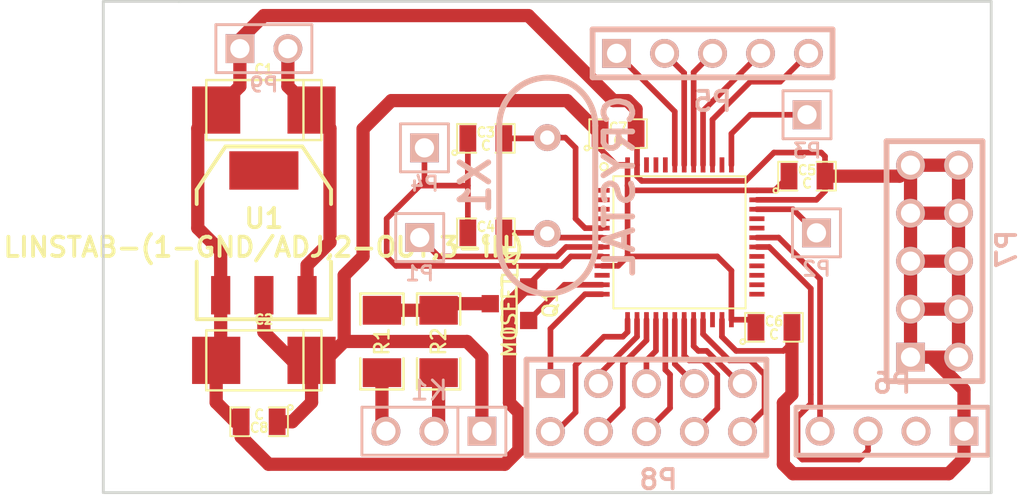
<source format=kicad_pcb>
(kicad_pcb (version 3) (host pcbnew "(2013-may-18)-stable")

  (general
    (links 67)
    (no_connects 0)
    (area 40.775067 38.6604 98.1096 65.3596)
    (thickness 1.6)
    (drawings 5)
    (tracks 220)
    (zones 0)
    (modules 24)
    (nets 30)
  )

  (page A3)
  (layers
    (15 F.Cu signal)
    (0 B.Cu signal)
    (16 B.Adhes user)
    (17 F.Adhes user)
    (18 B.Paste user)
    (19 F.Paste user)
    (20 B.SilkS user)
    (21 F.SilkS user)
    (22 B.Mask user)
    (23 F.Mask user)
    (24 Dwgs.User user)
    (25 Cmts.User user)
    (26 Eco1.User user)
    (27 Eco2.User user)
    (28 Edge.Cuts user)
  )

  (setup
    (last_trace_width 0.7)
    (trace_clearance 0.19)
    (zone_clearance 0.508)
    (zone_45_only no)
    (trace_min 0.254)
    (segment_width 0.2)
    (edge_width 0.15)
    (via_size 0.889)
    (via_drill 0.635)
    (via_min_size 0.889)
    (via_min_drill 0.508)
    (uvia_size 0.508)
    (uvia_drill 0.127)
    (uvias_allowed no)
    (uvia_min_size 0.508)
    (uvia_min_drill 0.127)
    (pcb_text_width 0.3)
    (pcb_text_size 1 1)
    (mod_edge_width 0.15)
    (mod_text_size 1 1)
    (mod_text_width 0.15)
    (pad_size 2.4 2.8)
    (pad_drill 1)
    (pad_to_mask_clearance 0)
    (aux_axis_origin 0 0)
    (visible_elements FFFFFFBF)
    (pcbplotparams
      (layerselection 3178497)
      (usegerberextensions true)
      (excludeedgelayer true)
      (linewidth 0.150000)
      (plotframeref false)
      (viasonmask false)
      (mode 1)
      (useauxorigin false)
      (hpglpennumber 1)
      (hpglpenspeed 20)
      (hpglpendiameter 15)
      (hpglpenoverlay 2)
      (psnegative false)
      (psa4output false)
      (plotreference true)
      (plotvalue true)
      (plotothertext true)
      (plotinvisibletext false)
      (padsonsilk false)
      (subtractmaskfromsilk false)
      (outputformat 1)
      (mirror false)
      (drillshape 1)
      (scaleselection 1)
      (outputdirectory ""))
  )

  (net 0 "")
  (net 1 +3.3V)
  (net 2 +BATT)
  (net 3 GND)
  (net 4 N-000001)
  (net 5 N-0000011)
  (net 6 N-0000012)
  (net 7 N-0000014)
  (net 8 N-0000015)
  (net 9 N-0000016)
  (net 10 N-0000017)
  (net 11 N-0000018)
  (net 12 N-0000019)
  (net 13 N-000002)
  (net 14 N-0000020)
  (net 15 N-0000021)
  (net 16 N-0000022)
  (net 17 N-0000023)
  (net 18 N-0000024)
  (net 19 N-0000025)
  (net 20 N-0000026)
  (net 21 N-0000027)
  (net 22 N-000003)
  (net 23 N-0000036)
  (net 24 N-0000037)
  (net 25 N-000004)
  (net 26 N-000005)
  (net 27 N-000006)
  (net 28 N-000008)
  (net 29 N-000009)

  (net_class Default "This is the default net class."
    (clearance 0.19)
    (trace_width 0.7)
    (via_dia 0.889)
    (via_drill 0.635)
    (uvia_dia 0.508)
    (uvia_drill 0.127)
    (add_net "")
    (add_net +3.3V)
    (add_net +BATT)
    (add_net GND)
    (add_net N-000001)
    (add_net N-0000011)
    (add_net N-0000012)
    (add_net N-0000014)
    (add_net N-0000015)
    (add_net N-0000016)
    (add_net N-0000017)
    (add_net N-0000018)
    (add_net N-0000019)
    (add_net N-000002)
    (add_net N-0000020)
    (add_net N-0000021)
    (add_net N-0000022)
    (add_net N-0000023)
    (add_net N-0000024)
    (add_net N-0000025)
    (add_net N-0000026)
    (add_net N-0000027)
    (add_net N-000003)
    (add_net N-0000036)
    (add_net N-0000037)
    (add_net N-000004)
    (add_net N-000005)
    (add_net N-000006)
    (add_net N-000008)
    (add_net N-000009)
  )

  (module SOT23GDS (layer F.Cu) (tedit 50911E03) (tstamp 54EB60A2)
    (at 71 55.25 270)
    (descr "Module CMS SOT23 Transistore EBC")
    (tags "CMS SOT")
    (path /54EB5895)
    (attr smd)
    (fp_text reference Q1 (at 0 -2.159 270) (layer F.SilkS)
      (effects (font (size 0.762 0.762) (thickness 0.12954)))
    )
    (fp_text value MOSFET_N (at 0 0 270) (layer F.SilkS)
      (effects (font (size 0.762 0.762) (thickness 0.12954)))
    )
    (fp_line (start -1.524 -0.381) (end 1.524 -0.381) (layer F.SilkS) (width 0.11938))
    (fp_line (start 1.524 -0.381) (end 1.524 0.381) (layer F.SilkS) (width 0.11938))
    (fp_line (start 1.524 0.381) (end -1.524 0.381) (layer F.SilkS) (width 0.11938))
    (fp_line (start -1.524 0.381) (end -1.524 -0.381) (layer F.SilkS) (width 0.11938))
    (pad S smd rect (at -0.889 -1.016 270) (size 0.9144 0.9144)
      (layers F.Cu F.Paste F.Mask)
      (net 3 GND)
    )
    (pad G smd rect (at 0.889 -1.016 270) (size 0.9144 0.9144)
      (layers F.Cu F.Paste F.Mask)
      (net 11 N-0000018)
    )
    (pad D smd rect (at 0 1.016 270) (size 0.9144 0.9144)
      (layers F.Cu F.Paste F.Mask)
      (net 18 N-0000024)
    )
    (model smd/cms_sot23.wrl
      (at (xyz 0 0 0))
      (scale (xyz 0.13 0.15 0.15))
      (rotate (xyz 0 0 0))
    )
  )

  (module SOT223 (layer F.Cu) (tedit 200000) (tstamp 54EB60B2)
    (at 58 51.5)
    (descr "module CMS SOT223 4 pins")
    (tags "CMS SOT")
    (path /54EB551D)
    (attr smd)
    (fp_text reference U1 (at 0 -0.762) (layer F.SilkS)
      (effects (font (size 1.016 1.016) (thickness 0.2032)))
    )
    (fp_text value "LINSTAB-(1-GND/ADJ,2-OUT,3-IN)" (at 0 0.762) (layer F.SilkS)
      (effects (font (size 1.016 1.016) (thickness 0.2032)))
    )
    (fp_line (start -3.556 1.524) (end -3.556 4.572) (layer F.SilkS) (width 0.2032))
    (fp_line (start -3.556 4.572) (end 3.556 4.572) (layer F.SilkS) (width 0.2032))
    (fp_line (start 3.556 4.572) (end 3.556 1.524) (layer F.SilkS) (width 0.2032))
    (fp_line (start -3.556 -1.524) (end -3.556 -2.286) (layer F.SilkS) (width 0.2032))
    (fp_line (start -3.556 -2.286) (end -2.032 -4.572) (layer F.SilkS) (width 0.2032))
    (fp_line (start -2.032 -4.572) (end 2.032 -4.572) (layer F.SilkS) (width 0.2032))
    (fp_line (start 2.032 -4.572) (end 3.556 -2.286) (layer F.SilkS) (width 0.2032))
    (fp_line (start 3.556 -2.286) (end 3.556 -1.524) (layer F.SilkS) (width 0.2032))
    (pad 4 smd rect (at 0 -3.302) (size 3.6576 2.032)
      (layers F.Cu F.Paste F.Mask)
    )
    (pad 2 smd rect (at 0 3.302) (size 1.016 2.032)
      (layers F.Cu F.Paste F.Mask)
      (net 1 +3.3V)
    )
    (pad 3 smd rect (at 2.286 3.302) (size 1.016 2.032)
      (layers F.Cu F.Paste F.Mask)
      (net 2 +BATT)
    )
    (pad 1 smd rect (at -2.286 3.302) (size 1.016 2.032)
      (layers F.Cu F.Paste F.Mask)
      (net 3 GND)
    )
    (model smd/SOT223.wrl
      (at (xyz 0 0 0))
      (scale (xyz 0.4 0.4 0.4))
      (rotate (xyz 0 0 0))
    )
  )

  (module SM1206 (layer F.Cu) (tedit 42806E24) (tstamp 54EB60BE)
    (at 64.25 57.25 90)
    (path /54EB59D6)
    (attr smd)
    (fp_text reference R1 (at 0 0 90) (layer F.SilkS)
      (effects (font (size 0.762 0.762) (thickness 0.127)))
    )
    (fp_text value R (at 0 0 90) (layer F.SilkS) hide
      (effects (font (size 0.762 0.762) (thickness 0.127)))
    )
    (fp_line (start -2.54 -1.143) (end -2.54 1.143) (layer F.SilkS) (width 0.127))
    (fp_line (start -2.54 1.143) (end -0.889 1.143) (layer F.SilkS) (width 0.127))
    (fp_line (start 0.889 -1.143) (end 2.54 -1.143) (layer F.SilkS) (width 0.127))
    (fp_line (start 2.54 -1.143) (end 2.54 1.143) (layer F.SilkS) (width 0.127))
    (fp_line (start 2.54 1.143) (end 0.889 1.143) (layer F.SilkS) (width 0.127))
    (fp_line (start -0.889 -1.143) (end -2.54 -1.143) (layer F.SilkS) (width 0.127))
    (pad 1 smd rect (at -1.651 0 90) (size 1.524 2.032)
      (layers F.Cu F.Paste F.Mask)
      (net 16 N-0000022)
    )
    (pad 2 smd rect (at 1.651 0 90) (size 1.524 2.032)
      (layers F.Cu F.Paste F.Mask)
      (net 18 N-0000024)
    )
    (model smd/chip_cms.wrl
      (at (xyz 0 0 0))
      (scale (xyz 0.17 0.16 0.16))
      (rotate (xyz 0 0 0))
    )
  )

  (module SM1206 (layer F.Cu) (tedit 42806E24) (tstamp 54EB60CA)
    (at 67.25 57.25 90)
    (path /54EB58B3)
    (attr smd)
    (fp_text reference R2 (at 0 0 90) (layer F.SilkS)
      (effects (font (size 0.762 0.762) (thickness 0.127)))
    )
    (fp_text value R (at 0 0 90) (layer F.SilkS) hide
      (effects (font (size 0.762 0.762) (thickness 0.127)))
    )
    (fp_line (start -2.54 -1.143) (end -2.54 1.143) (layer F.SilkS) (width 0.127))
    (fp_line (start -2.54 1.143) (end -0.889 1.143) (layer F.SilkS) (width 0.127))
    (fp_line (start 0.889 -1.143) (end 2.54 -1.143) (layer F.SilkS) (width 0.127))
    (fp_line (start 2.54 -1.143) (end 2.54 1.143) (layer F.SilkS) (width 0.127))
    (fp_line (start 2.54 1.143) (end 0.889 1.143) (layer F.SilkS) (width 0.127))
    (fp_line (start -0.889 -1.143) (end -2.54 -1.143) (layer F.SilkS) (width 0.127))
    (pad 1 smd rect (at -1.651 0 90) (size 1.524 2.032)
      (layers F.Cu F.Paste F.Mask)
      (net 17 N-0000023)
    )
    (pad 2 smd rect (at 1.651 0 90) (size 1.524 2.032)
      (layers F.Cu F.Paste F.Mask)
      (net 18 N-0000024)
    )
    (model smd/chip_cms.wrl
      (at (xyz 0 0 0))
      (scale (xyz 0.17 0.16 0.16))
      (rotate (xyz 0 0 0))
    )
  )

  (module SM0805 (layer F.Cu) (tedit 5091495C) (tstamp 54EB60D7)
    (at 69.75 46.5)
    (path /54EB51A4)
    (attr smd)
    (fp_text reference C3 (at 0 -0.3175) (layer F.SilkS)
      (effects (font (size 0.50038 0.50038) (thickness 0.10922)))
    )
    (fp_text value C (at 0 0.381) (layer F.SilkS)
      (effects (font (size 0.50038 0.50038) (thickness 0.10922)))
    )
    (fp_circle (center -1.651 0.762) (end -1.651 0.635) (layer F.SilkS) (width 0.09906))
    (fp_line (start -0.508 0.762) (end -1.524 0.762) (layer F.SilkS) (width 0.09906))
    (fp_line (start -1.524 0.762) (end -1.524 -0.762) (layer F.SilkS) (width 0.09906))
    (fp_line (start -1.524 -0.762) (end -0.508 -0.762) (layer F.SilkS) (width 0.09906))
    (fp_line (start 0.508 -0.762) (end 1.524 -0.762) (layer F.SilkS) (width 0.09906))
    (fp_line (start 1.524 -0.762) (end 1.524 0.762) (layer F.SilkS) (width 0.09906))
    (fp_line (start 1.524 0.762) (end 0.508 0.762) (layer F.SilkS) (width 0.09906))
    (pad 1 smd rect (at -0.9525 0) (size 0.889 1.397)
      (layers F.Cu F.Paste F.Mask)
      (net 3 GND)
    )
    (pad 2 smd rect (at 0.9525 0) (size 0.889 1.397)
      (layers F.Cu F.Paste F.Mask)
      (net 24 N-0000037)
    )
    (model smd/chip_cms.wrl
      (at (xyz 0 0 0))
      (scale (xyz 0.1 0.1 0.1))
      (rotate (xyz 0 0 0))
    )
  )

  (module SM0805 (layer F.Cu) (tedit 5091495C) (tstamp 54EB60E4)
    (at 69.75 51.5)
    (path /54EB51F7)
    (attr smd)
    (fp_text reference C4 (at 0 -0.3175) (layer F.SilkS)
      (effects (font (size 0.50038 0.50038) (thickness 0.10922)))
    )
    (fp_text value C (at 0 0.381) (layer F.SilkS)
      (effects (font (size 0.50038 0.50038) (thickness 0.10922)))
    )
    (fp_circle (center -1.651 0.762) (end -1.651 0.635) (layer F.SilkS) (width 0.09906))
    (fp_line (start -0.508 0.762) (end -1.524 0.762) (layer F.SilkS) (width 0.09906))
    (fp_line (start -1.524 0.762) (end -1.524 -0.762) (layer F.SilkS) (width 0.09906))
    (fp_line (start -1.524 -0.762) (end -0.508 -0.762) (layer F.SilkS) (width 0.09906))
    (fp_line (start 0.508 -0.762) (end 1.524 -0.762) (layer F.SilkS) (width 0.09906))
    (fp_line (start 1.524 -0.762) (end 1.524 0.762) (layer F.SilkS) (width 0.09906))
    (fp_line (start 1.524 0.762) (end 0.508 0.762) (layer F.SilkS) (width 0.09906))
    (pad 1 smd rect (at -0.9525 0) (size 0.889 1.397)
      (layers F.Cu F.Paste F.Mask)
      (net 3 GND)
    )
    (pad 2 smd rect (at 0.9525 0) (size 0.889 1.397)
      (layers F.Cu F.Paste F.Mask)
      (net 23 N-0000036)
    )
    (model smd/chip_cms.wrl
      (at (xyz 0 0 0))
      (scale (xyz 0.1 0.1 0.1))
      (rotate (xyz 0 0 0))
    )
  )

  (module SM0805 (layer F.Cu) (tedit 5091495C) (tstamp 54EB60F1)
    (at 86.75 48.5)
    (path /54EB5256)
    (attr smd)
    (fp_text reference C5 (at 0 -0.3175) (layer F.SilkS)
      (effects (font (size 0.50038 0.50038) (thickness 0.10922)))
    )
    (fp_text value C (at 0 0.381) (layer F.SilkS)
      (effects (font (size 0.50038 0.50038) (thickness 0.10922)))
    )
    (fp_circle (center -1.651 0.762) (end -1.651 0.635) (layer F.SilkS) (width 0.09906))
    (fp_line (start -0.508 0.762) (end -1.524 0.762) (layer F.SilkS) (width 0.09906))
    (fp_line (start -1.524 0.762) (end -1.524 -0.762) (layer F.SilkS) (width 0.09906))
    (fp_line (start -1.524 -0.762) (end -0.508 -0.762) (layer F.SilkS) (width 0.09906))
    (fp_line (start 0.508 -0.762) (end 1.524 -0.762) (layer F.SilkS) (width 0.09906))
    (fp_line (start 1.524 -0.762) (end 1.524 0.762) (layer F.SilkS) (width 0.09906))
    (fp_line (start 1.524 0.762) (end 0.508 0.762) (layer F.SilkS) (width 0.09906))
    (pad 1 smd rect (at -0.9525 0) (size 0.889 1.397)
      (layers F.Cu F.Paste F.Mask)
      (net 1 +3.3V)
    )
    (pad 2 smd rect (at 0.9525 0) (size 0.889 1.397)
      (layers F.Cu F.Paste F.Mask)
      (net 3 GND)
    )
    (model smd/chip_cms.wrl
      (at (xyz 0 0 0))
      (scale (xyz 0.1 0.1 0.1))
      (rotate (xyz 0 0 0))
    )
  )

  (module SM0805 (layer F.Cu) (tedit 5091495C) (tstamp 54EB60FE)
    (at 85 56.5)
    (path /54EB526F)
    (attr smd)
    (fp_text reference C6 (at 0 -0.3175) (layer F.SilkS)
      (effects (font (size 0.50038 0.50038) (thickness 0.10922)))
    )
    (fp_text value C (at 0 0.381) (layer F.SilkS)
      (effects (font (size 0.50038 0.50038) (thickness 0.10922)))
    )
    (fp_circle (center -1.651 0.762) (end -1.651 0.635) (layer F.SilkS) (width 0.09906))
    (fp_line (start -0.508 0.762) (end -1.524 0.762) (layer F.SilkS) (width 0.09906))
    (fp_line (start -1.524 0.762) (end -1.524 -0.762) (layer F.SilkS) (width 0.09906))
    (fp_line (start -1.524 -0.762) (end -0.508 -0.762) (layer F.SilkS) (width 0.09906))
    (fp_line (start 0.508 -0.762) (end 1.524 -0.762) (layer F.SilkS) (width 0.09906))
    (fp_line (start 1.524 -0.762) (end 1.524 0.762) (layer F.SilkS) (width 0.09906))
    (fp_line (start 1.524 0.762) (end 0.508 0.762) (layer F.SilkS) (width 0.09906))
    (pad 1 smd rect (at -0.9525 0) (size 0.889 1.397)
      (layers F.Cu F.Paste F.Mask)
      (net 1 +3.3V)
    )
    (pad 2 smd rect (at 0.9525 0) (size 0.889 1.397)
      (layers F.Cu F.Paste F.Mask)
      (net 3 GND)
    )
    (model smd/chip_cms.wrl
      (at (xyz 0 0 0))
      (scale (xyz 0.1 0.1 0.1))
      (rotate (xyz 0 0 0))
    )
  )

  (module SM0805 (layer F.Cu) (tedit 5091495C) (tstamp 54EB610B)
    (at 76.75 46.25)
    (path /54EB527E)
    (attr smd)
    (fp_text reference C7 (at 0 -0.3175) (layer F.SilkS)
      (effects (font (size 0.50038 0.50038) (thickness 0.10922)))
    )
    (fp_text value C (at 0 0.381) (layer F.SilkS)
      (effects (font (size 0.50038 0.50038) (thickness 0.10922)))
    )
    (fp_circle (center -1.651 0.762) (end -1.651 0.635) (layer F.SilkS) (width 0.09906))
    (fp_line (start -0.508 0.762) (end -1.524 0.762) (layer F.SilkS) (width 0.09906))
    (fp_line (start -1.524 0.762) (end -1.524 -0.762) (layer F.SilkS) (width 0.09906))
    (fp_line (start -1.524 -0.762) (end -0.508 -0.762) (layer F.SilkS) (width 0.09906))
    (fp_line (start 0.508 -0.762) (end 1.524 -0.762) (layer F.SilkS) (width 0.09906))
    (fp_line (start 1.524 -0.762) (end 1.524 0.762) (layer F.SilkS) (width 0.09906))
    (fp_line (start 1.524 0.762) (end 0.508 0.762) (layer F.SilkS) (width 0.09906))
    (pad 1 smd rect (at -0.9525 0) (size 0.889 1.397)
      (layers F.Cu F.Paste F.Mask)
      (net 1 +3.3V)
    )
    (pad 2 smd rect (at 0.9525 0) (size 0.889 1.397)
      (layers F.Cu F.Paste F.Mask)
      (net 3 GND)
    )
    (model smd/chip_cms.wrl
      (at (xyz 0 0 0))
      (scale (xyz 0.1 0.1 0.1))
      (rotate (xyz 0 0 0))
    )
  )

  (module SM0805 (layer F.Cu) (tedit 5091495C) (tstamp 54EB6118)
    (at 57.75 61.5 180)
    (path /54EB528D)
    (attr smd)
    (fp_text reference C8 (at 0 -0.3175 180) (layer F.SilkS)
      (effects (font (size 0.50038 0.50038) (thickness 0.10922)))
    )
    (fp_text value C (at 0 0.381 180) (layer F.SilkS)
      (effects (font (size 0.50038 0.50038) (thickness 0.10922)))
    )
    (fp_circle (center -1.651 0.762) (end -1.651 0.635) (layer F.SilkS) (width 0.09906))
    (fp_line (start -0.508 0.762) (end -1.524 0.762) (layer F.SilkS) (width 0.09906))
    (fp_line (start -1.524 0.762) (end -1.524 -0.762) (layer F.SilkS) (width 0.09906))
    (fp_line (start -1.524 -0.762) (end -0.508 -0.762) (layer F.SilkS) (width 0.09906))
    (fp_line (start 0.508 -0.762) (end 1.524 -0.762) (layer F.SilkS) (width 0.09906))
    (fp_line (start 1.524 -0.762) (end 1.524 0.762) (layer F.SilkS) (width 0.09906))
    (fp_line (start 1.524 0.762) (end 0.508 0.762) (layer F.SilkS) (width 0.09906))
    (pad 1 smd rect (at -0.9525 0 180) (size 0.889 1.397)
      (layers F.Cu F.Paste F.Mask)
      (net 1 +3.3V)
    )
    (pad 2 smd rect (at 0.9525 0 180) (size 0.889 1.397)
      (layers F.Cu F.Paste F.Mask)
      (net 3 GND)
    )
    (model smd/chip_cms.wrl
      (at (xyz 0 0 0))
      (scale (xyz 0.1 0.1 0.1))
      (rotate (xyz 0 0 0))
    )
  )

  (module PIN_ARRAY_5x2 (layer B.Cu) (tedit 3FCF2109) (tstamp 54EB612A)
    (at 78.25 60.75)
    (descr "Double rangee de contacts 2 x 5 pins")
    (tags CONN)
    (path /54EB7720)
    (fp_text reference P8 (at 0.635 3.81) (layer B.SilkS)
      (effects (font (size 1.016 1.016) (thickness 0.2032)) (justify mirror))
    )
    (fp_text value CONN_10 (at 0 3.81) (layer B.SilkS) hide
      (effects (font (size 1.016 1.016) (thickness 0.2032)) (justify mirror))
    )
    (fp_line (start -6.35 2.54) (end 6.35 2.54) (layer B.SilkS) (width 0.3048))
    (fp_line (start 6.35 2.54) (end 6.35 -2.54) (layer B.SilkS) (width 0.3048))
    (fp_line (start 6.35 -2.54) (end -6.35 -2.54) (layer B.SilkS) (width 0.3048))
    (fp_line (start -6.35 -2.54) (end -6.35 2.54) (layer B.SilkS) (width 0.3048))
    (pad 1 thru_hole rect (at -5.08 -1.27) (size 1.524 1.524) (drill 1.016)
      (layers *.Cu *.Mask B.SilkS)
      (net 4 N-000001)
    )
    (pad 2 thru_hole circle (at -5.08 1.27) (size 1.524 1.524) (drill 1.016)
      (layers *.Cu *.Mask B.SilkS)
      (net 10 N-0000017)
    )
    (pad 3 thru_hole circle (at -2.54 -1.27) (size 1.524 1.524) (drill 1.016)
      (layers *.Cu *.Mask B.SilkS)
      (net 9 N-0000016)
    )
    (pad 4 thru_hole circle (at -2.54 1.27) (size 1.524 1.524) (drill 1.016)
      (layers *.Cu *.Mask B.SilkS)
      (net 8 N-0000015)
    )
    (pad 5 thru_hole circle (at 0 -1.27) (size 1.524 1.524) (drill 1.016)
      (layers *.Cu *.Mask B.SilkS)
      (net 7 N-0000014)
    )
    (pad 6 thru_hole circle (at 0 1.27) (size 1.524 1.524) (drill 1.016)
      (layers *.Cu *.Mask B.SilkS)
      (net 5 N-0000011)
    )
    (pad 7 thru_hole circle (at 2.54 -1.27) (size 1.524 1.524) (drill 1.016)
      (layers *.Cu *.Mask B.SilkS)
      (net 21 N-0000027)
    )
    (pad 8 thru_hole circle (at 2.54 1.27) (size 1.524 1.524) (drill 1.016)
      (layers *.Cu *.Mask B.SilkS)
      (net 6 N-0000012)
    )
    (pad 9 thru_hole circle (at 5.08 -1.27) (size 1.524 1.524) (drill 1.016)
      (layers *.Cu *.Mask B.SilkS)
      (net 20 N-0000026)
    )
    (pad 10 thru_hole circle (at 5.08 1.27) (size 1.524 1.524) (drill 1.016)
      (layers *.Cu *.Mask B.SilkS)
      (net 19 N-0000025)
    )
    (model pin_array/pins_array_5x2.wrl
      (at (xyz 0 0 0))
      (scale (xyz 1 1 1))
      (rotate (xyz 0 0 0))
    )
  )

  (module PIN_ARRAY_5x2 (layer B.Cu) (tedit 3FCF2109) (tstamp 54EB613C)
    (at 93.5 53 90)
    (descr "Double rangee de contacts 2 x 5 pins")
    (tags CONN)
    (path /54EB6329)
    (fp_text reference P7 (at 0.635 3.81 90) (layer B.SilkS)
      (effects (font (size 1.016 1.016) (thickness 0.2032)) (justify mirror))
    )
    (fp_text value CONN_5X2 (at 0 3.81 90) (layer B.SilkS) hide
      (effects (font (size 1.016 1.016) (thickness 0.2032)) (justify mirror))
    )
    (fp_line (start -6.35 2.54) (end 6.35 2.54) (layer B.SilkS) (width 0.3048))
    (fp_line (start 6.35 2.54) (end 6.35 -2.54) (layer B.SilkS) (width 0.3048))
    (fp_line (start 6.35 -2.54) (end -6.35 -2.54) (layer B.SilkS) (width 0.3048))
    (fp_line (start -6.35 -2.54) (end -6.35 2.54) (layer B.SilkS) (width 0.3048))
    (pad 1 thru_hole rect (at -5.08 -1.27 90) (size 1.524 1.524) (drill 1.016)
      (layers *.Cu *.Mask B.SilkS)
      (net 3 GND)
    )
    (pad 2 thru_hole circle (at -5.08 1.27 90) (size 1.524 1.524) (drill 1.016)
      (layers *.Cu *.Mask B.SilkS)
      (net 3 GND)
    )
    (pad 3 thru_hole circle (at -2.54 -1.27 90) (size 1.524 1.524) (drill 1.016)
      (layers *.Cu *.Mask B.SilkS)
      (net 3 GND)
    )
    (pad 4 thru_hole circle (at -2.54 1.27 90) (size 1.524 1.524) (drill 1.016)
      (layers *.Cu *.Mask B.SilkS)
      (net 3 GND)
    )
    (pad 5 thru_hole circle (at 0 -1.27 90) (size 1.524 1.524) (drill 1.016)
      (layers *.Cu *.Mask B.SilkS)
      (net 3 GND)
    )
    (pad 6 thru_hole circle (at 0 1.27 90) (size 1.524 1.524) (drill 1.016)
      (layers *.Cu *.Mask B.SilkS)
      (net 3 GND)
    )
    (pad 7 thru_hole circle (at 2.54 -1.27 90) (size 1.524 1.524) (drill 1.016)
      (layers *.Cu *.Mask B.SilkS)
      (net 3 GND)
    )
    (pad 8 thru_hole circle (at 2.54 1.27 90) (size 1.524 1.524) (drill 1.016)
      (layers *.Cu *.Mask B.SilkS)
      (net 3 GND)
    )
    (pad 9 thru_hole circle (at 5.08 -1.27 90) (size 1.524 1.524) (drill 1.016)
      (layers *.Cu *.Mask B.SilkS)
      (net 3 GND)
    )
    (pad 10 thru_hole circle (at 5.08 1.27 90) (size 1.524 1.524) (drill 1.016)
      (layers *.Cu *.Mask B.SilkS)
      (net 3 GND)
    )
    (model pin_array/pins_array_5x2.wrl
      (at (xyz 0 0 0))
      (scale (xyz 1 1 1))
      (rotate (xyz 0 0 0))
    )
  )

  (module PIN_ARRAY_5x1 (layer B.Cu) (tedit 45976D86) (tstamp 54EB6149)
    (at 81.75 42)
    (descr "Double rangee de contacts 2 x 5 pins")
    (tags CONN)
    (path /54EB7C84)
    (fp_text reference P5 (at 0 2.54) (layer B.SilkS)
      (effects (font (size 1.016 1.016) (thickness 0.2032)) (justify mirror))
    )
    (fp_text value CONN_5 (at 0 -2.54) (layer B.SilkS) hide
      (effects (font (size 1.016 1.016) (thickness 0.2032)) (justify mirror))
    )
    (fp_line (start -6.35 1.27) (end -6.35 -1.27) (layer B.SilkS) (width 0.3048))
    (fp_line (start 6.35 -1.27) (end 6.35 1.27) (layer B.SilkS) (width 0.3048))
    (fp_line (start -6.35 1.27) (end 6.35 1.27) (layer B.SilkS) (width 0.3048))
    (fp_line (start 6.35 -1.27) (end -6.35 -1.27) (layer B.SilkS) (width 0.3048))
    (pad 1 thru_hole rect (at -5.08 0) (size 1.524 1.524) (drill 1.016)
      (layers *.Cu *.Mask B.SilkS)
      (net 13 N-000002)
    )
    (pad 2 thru_hole circle (at -2.54 0) (size 1.524 1.524) (drill 1.016)
      (layers *.Cu *.Mask B.SilkS)
      (net 22 N-000003)
    )
    (pad 3 thru_hole circle (at 0 0) (size 1.524 1.524) (drill 1.016)
      (layers *.Cu *.Mask B.SilkS)
      (net 25 N-000004)
    )
    (pad 4 thru_hole circle (at 2.54 0) (size 1.524 1.524) (drill 1.016)
      (layers *.Cu *.Mask B.SilkS)
      (net 26 N-000005)
    )
    (pad 5 thru_hole circle (at 5.08 0) (size 1.524 1.524) (drill 1.016)
      (layers *.Cu *.Mask B.SilkS)
      (net 27 N-000006)
    )
    (model pin_array/pins_array_5x1.wrl
      (at (xyz 0 0 0))
      (scale (xyz 1 1 1))
      (rotate (xyz 0 0 0))
    )
  )

  (module PIN_ARRAY_4x1 (layer B.Cu) (tedit 4C10F42E) (tstamp 54EB6155)
    (at 91.25 62 180)
    (descr "Double rangee de contacts 2 x 5 pins")
    (tags CONN)
    (path /54EB5B7F)
    (fp_text reference P6 (at 0 2.54 180) (layer B.SilkS)
      (effects (font (size 1.016 1.016) (thickness 0.2032)) (justify mirror))
    )
    (fp_text value CONN_4 (at 0 -2.54 180) (layer B.SilkS) hide
      (effects (font (size 1.016 1.016) (thickness 0.2032)) (justify mirror))
    )
    (fp_line (start 5.08 -1.27) (end -5.08 -1.27) (layer B.SilkS) (width 0.254))
    (fp_line (start 5.08 1.27) (end -5.08 1.27) (layer B.SilkS) (width 0.254))
    (fp_line (start -5.08 1.27) (end -5.08 -1.27) (layer B.SilkS) (width 0.254))
    (fp_line (start 5.08 -1.27) (end 5.08 1.27) (layer B.SilkS) (width 0.254))
    (pad 1 thru_hole rect (at -3.81 0 180) (size 1.524 1.524) (drill 1.016)
      (layers *.Cu *.Mask B.SilkS)
      (net 3 GND)
    )
    (pad 2 thru_hole circle (at -1.27 0 180) (size 1.524 1.524) (drill 1.016)
      (layers *.Cu *.Mask B.SilkS)
    )
    (pad 3 thru_hole circle (at 1.27 0 180) (size 1.524 1.524) (drill 1.016)
      (layers *.Cu *.Mask B.SilkS)
      (net 29 N-000009)
    )
    (pad 4 thru_hole circle (at 3.81 0 180) (size 1.524 1.524) (drill 1.016)
      (layers *.Cu *.Mask B.SilkS)
      (net 28 N-000008)
    )
    (model pin_array\pins_array_4x1.wrl
      (at (xyz 0 0 0))
      (scale (xyz 1 1 1))
      (rotate (xyz 0 0 0))
    )
  )

  (module PIN_ARRAY_3X1 (layer B.Cu) (tedit 4C1130E0) (tstamp 54EB6161)
    (at 67 62 180)
    (descr "Connecteur 3 pins")
    (tags "CONN DEV")
    (path /54EB5A7F)
    (fp_text reference K1 (at 0.254 2.159 180) (layer B.SilkS)
      (effects (font (size 1.016 1.016) (thickness 0.1524)) (justify mirror))
    )
    (fp_text value CONN_3 (at 0 2.159 180) (layer B.SilkS) hide
      (effects (font (size 1.016 1.016) (thickness 0.1524)) (justify mirror))
    )
    (fp_line (start -3.81 -1.27) (end -3.81 1.27) (layer B.SilkS) (width 0.1524))
    (fp_line (start -3.81 1.27) (end 3.81 1.27) (layer B.SilkS) (width 0.1524))
    (fp_line (start 3.81 1.27) (end 3.81 -1.27) (layer B.SilkS) (width 0.1524))
    (fp_line (start 3.81 -1.27) (end -3.81 -1.27) (layer B.SilkS) (width 0.1524))
    (fp_line (start -1.27 1.27) (end -1.27 -1.27) (layer B.SilkS) (width 0.1524))
    (pad 1 thru_hole rect (at -2.54 0 180) (size 1.524 1.524) (drill 1.016)
      (layers *.Cu *.Mask B.SilkS)
      (net 1 +3.3V)
    )
    (pad 2 thru_hole circle (at 0 0 180) (size 1.524 1.524) (drill 1.016)
      (layers *.Cu *.Mask B.SilkS)
      (net 17 N-0000023)
    )
    (pad 3 thru_hole circle (at 2.54 0 180) (size 1.524 1.524) (drill 1.016)
      (layers *.Cu *.Mask B.SilkS)
      (net 16 N-0000022)
    )
    (model pin_array/pins_array_3x1.wrl
      (at (xyz 0 0 0))
      (scale (xyz 1 1 1))
      (rotate (xyz 0 0 0))
    )
  )

  (module PIN_ARRAY_1 (layer B.Cu) (tedit 4E4E744E) (tstamp 54EB616A)
    (at 66.25 51.75)
    (descr "1 pin")
    (tags "CONN DEV")
    (path /54EB5749)
    (fp_text reference P1 (at 0 1.905) (layer B.SilkS)
      (effects (font (size 0.762 0.762) (thickness 0.1524)) (justify mirror))
    )
    (fp_text value CONN_1 (at 0 1.905) (layer B.SilkS) hide
      (effects (font (size 0.762 0.762) (thickness 0.1524)) (justify mirror))
    )
    (fp_line (start 1.27 -1.27) (end -1.27 -1.27) (layer B.SilkS) (width 0.1524))
    (fp_line (start -1.27 1.27) (end 1.27 1.27) (layer B.SilkS) (width 0.1524))
    (fp_line (start -1.27 -1.27) (end -1.27 1.27) (layer B.SilkS) (width 0.1524))
    (fp_line (start 1.27 1.27) (end 1.27 -1.27) (layer B.SilkS) (width 0.1524))
    (pad 1 thru_hole rect (at 0 0) (size 1.524 1.524) (drill 1.016)
      (layers *.Cu *.Mask B.SilkS)
      (net 12 N-0000019)
    )
    (model pin_array\pin_1.wrl
      (at (xyz 0 0 0))
      (scale (xyz 1 1 1))
      (rotate (xyz 0 0 0))
    )
  )

  (module PIN_ARRAY_1 (layer B.Cu) (tedit 4E4E744E) (tstamp 54EB6173)
    (at 66.5 47)
    (descr "1 pin")
    (tags "CONN DEV")
    (path /54EB5776)
    (fp_text reference P4 (at 0 1.905) (layer B.SilkS)
      (effects (font (size 0.762 0.762) (thickness 0.1524)) (justify mirror))
    )
    (fp_text value CONN_1 (at 0 1.905) (layer B.SilkS) hide
      (effects (font (size 0.762 0.762) (thickness 0.1524)) (justify mirror))
    )
    (fp_line (start 1.27 -1.27) (end -1.27 -1.27) (layer B.SilkS) (width 0.1524))
    (fp_line (start -1.27 1.27) (end 1.27 1.27) (layer B.SilkS) (width 0.1524))
    (fp_line (start -1.27 -1.27) (end -1.27 1.27) (layer B.SilkS) (width 0.1524))
    (fp_line (start 1.27 1.27) (end 1.27 -1.27) (layer B.SilkS) (width 0.1524))
    (pad 1 thru_hole rect (at 0 0) (size 1.524 1.524) (drill 1.016)
      (layers *.Cu *.Mask B.SilkS)
      (net 3 GND)
    )
    (model pin_array\pin_1.wrl
      (at (xyz 0 0 0))
      (scale (xyz 1 1 1))
      (rotate (xyz 0 0 0))
    )
  )

  (module PIN_ARRAY_1 (layer B.Cu) (tedit 4E4E744E) (tstamp 54EB617C)
    (at 86.75 45.25)
    (descr "1 pin")
    (tags "CONN DEV")
    (path /54EB5767)
    (fp_text reference P3 (at 0 1.905) (layer B.SilkS)
      (effects (font (size 0.762 0.762) (thickness 0.1524)) (justify mirror))
    )
    (fp_text value CONN_1 (at 0 1.905) (layer B.SilkS) hide
      (effects (font (size 0.762 0.762) (thickness 0.1524)) (justify mirror))
    )
    (fp_line (start 1.27 -1.27) (end -1.27 -1.27) (layer B.SilkS) (width 0.1524))
    (fp_line (start -1.27 1.27) (end 1.27 1.27) (layer B.SilkS) (width 0.1524))
    (fp_line (start -1.27 -1.27) (end -1.27 1.27) (layer B.SilkS) (width 0.1524))
    (fp_line (start 1.27 1.27) (end 1.27 -1.27) (layer B.SilkS) (width 0.1524))
    (pad 1 thru_hole rect (at 0 0) (size 1.524 1.524) (drill 1.016)
      (layers *.Cu *.Mask B.SilkS)
      (net 15 N-0000021)
    )
    (model pin_array\pin_1.wrl
      (at (xyz 0 0 0))
      (scale (xyz 1 1 1))
      (rotate (xyz 0 0 0))
    )
  )

  (module PIN_ARRAY_1 (layer B.Cu) (tedit 4E4E744E) (tstamp 54EB6185)
    (at 87.25 51.5)
    (descr "1 pin")
    (tags "CONN DEV")
    (path /54EB5758)
    (fp_text reference P2 (at 0 1.905) (layer B.SilkS)
      (effects (font (size 0.762 0.762) (thickness 0.1524)) (justify mirror))
    )
    (fp_text value CONN_1 (at 0 1.905) (layer B.SilkS) hide
      (effects (font (size 0.762 0.762) (thickness 0.1524)) (justify mirror))
    )
    (fp_line (start 1.27 -1.27) (end -1.27 -1.27) (layer B.SilkS) (width 0.1524))
    (fp_line (start -1.27 1.27) (end 1.27 1.27) (layer B.SilkS) (width 0.1524))
    (fp_line (start -1.27 -1.27) (end -1.27 1.27) (layer B.SilkS) (width 0.1524))
    (fp_line (start 1.27 1.27) (end 1.27 -1.27) (layer B.SilkS) (width 0.1524))
    (pad 1 thru_hole rect (at 0 0) (size 1.524 1.524) (drill 1.016)
      (layers *.Cu *.Mask B.SilkS)
      (net 14 N-0000020)
    )
    (model pin_array\pin_1.wrl
      (at (xyz 0 0 0))
      (scale (xyz 1 1 1))
      (rotate (xyz 0 0 0))
    )
  )

  (module LQFP48 (layer F.Cu) (tedit 4C433D64) (tstamp 54EB61BE)
    (at 80 52)
    (path /54EB514E)
    (attr smd)
    (fp_text reference U2 (at 0 -0.381) (layer Cmts.User)
      (effects (font (size 0.508 0.508) (thickness 0.1016)))
    )
    (fp_text value STM32F100CB (at 0 0.381) (layer Cmts.User) hide
      (effects (font (size 0.508 0.508) (thickness 0.1016)))
    )
    (fp_circle (center -3.99796 -3.99796) (end -3.99796 -4.19862) (layer F.SilkS) (width 0.09906))
    (fp_line (start -3.49758 -3.49758) (end -3.49758 3.49758) (layer F.SilkS) (width 0.09906))
    (fp_line (start -3.49758 3.49758) (end 3.49758 3.49758) (layer F.SilkS) (width 0.09906))
    (fp_line (start 3.49758 3.49758) (end 3.49758 -3.49758) (layer F.SilkS) (width 0.09906))
    (fp_line (start 3.49758 -3.49758) (end -3.49758 -3.49758) (layer F.SilkS) (width 0.09906))
    (pad 12 smd rect (at -4.09702 2.74828) (size 0.8001 0.24892)
      (layers F.Cu F.Paste F.Mask)
      (net 4 N-000001)
    )
    (pad 11 smd rect (at -4.09702 2.2479) (size 0.8001 0.25146)
      (layers F.Cu F.Paste F.Mask)
      (net 11 N-0000018)
    )
    (pad 10 smd rect (at -4.09702 1.74752) (size 0.8001 0.25146)
      (layers F.Cu F.Paste F.Mask)
    )
    (pad 9 smd rect (at -4.09702 1.24714) (size 0.8001 0.25146)
      (layers F.Cu F.Paste F.Mask)
      (net 1 +3.3V)
    )
    (pad 8 smd rect (at -4.09702 0.7493) (size 0.8001 0.24892)
      (layers F.Cu F.Paste F.Mask)
      (net 3 GND)
    )
    (pad 7 smd rect (at -4.09702 0.24892) (size 0.8001 0.24892)
      (layers F.Cu F.Paste F.Mask)
      (net 12 N-0000019)
    )
    (pad 6 smd rect (at -4.09702 -0.24892) (size 0.8001 0.24892)
      (layers F.Cu F.Paste F.Mask)
      (net 23 N-0000036)
    )
    (pad 5 smd rect (at -4.09702 -0.7493) (size 0.8001 0.24892)
      (layers F.Cu F.Paste F.Mask)
      (net 24 N-0000037)
    )
    (pad 4 smd rect (at -4.09702 -1.24714) (size 0.8001 0.25146)
      (layers F.Cu F.Paste F.Mask)
    )
    (pad 3 smd rect (at -4.09702 -1.74752) (size 0.8001 0.25146)
      (layers F.Cu F.Paste F.Mask)
    )
    (pad 2 smd rect (at -4.09702 -2.2479) (size 0.8001 0.25146)
      (layers F.Cu F.Paste F.Mask)
    )
    (pad 1 smd rect (at -4.09702 -2.74828) (size 0.8001 0.24892)
      (layers F.Cu F.Paste F.Mask)
    )
    (pad 48 smd rect (at -2.74828 -4.09702) (size 0.24892 0.8001)
      (layers F.Cu F.Paste F.Mask)
      (net 1 +3.3V)
    )
    (pad 47 smd rect (at -2.2479 -4.09702) (size 0.25146 0.8001)
      (layers F.Cu F.Paste F.Mask)
      (net 3 GND)
    )
    (pad 46 smd rect (at -1.74752 -4.09702) (size 0.25146 0.8001)
      (layers F.Cu F.Paste F.Mask)
    )
    (pad 45 smd rect (at -1.24714 -4.09702) (size 0.25146 0.8001)
      (layers F.Cu F.Paste F.Mask)
    )
    (pad 44 smd rect (at -0.7493 -4.09702) (size 0.24892 0.8001)
      (layers F.Cu F.Paste F.Mask)
    )
    (pad 43 smd rect (at -0.24892 -4.09702) (size 0.24892 0.8001)
      (layers F.Cu F.Paste F.Mask)
      (net 13 N-000002)
    )
    (pad 42 smd rect (at 0.24892 -4.09702) (size 0.24892 0.8001)
      (layers F.Cu F.Paste F.Mask)
      (net 22 N-000003)
    )
    (pad 41 smd rect (at 0.7493 -4.09702) (size 0.24892 0.8001)
      (layers F.Cu F.Paste F.Mask)
      (net 25 N-000004)
    )
    (pad 40 smd rect (at 1.24714 -4.09702) (size 0.25146 0.8001)
      (layers F.Cu F.Paste F.Mask)
      (net 26 N-000005)
    )
    (pad 39 smd rect (at 1.74752 -4.09702) (size 0.25146 0.8001)
      (layers F.Cu F.Paste F.Mask)
      (net 27 N-000006)
    )
    (pad 38 smd rect (at 2.2479 -4.09702) (size 0.25146 0.8001)
      (layers F.Cu F.Paste F.Mask)
    )
    (pad 37 smd rect (at 2.74828 -4.09702) (size 0.24892 0.8001)
      (layers F.Cu F.Paste F.Mask)
      (net 15 N-0000021)
    )
    (pad 25 smd rect (at 4.09702 2.74828) (size 0.8001 0.24892)
      (layers F.Cu F.Paste F.Mask)
    )
    (pad 26 smd rect (at 4.09702 2.2479) (size 0.8001 0.25146)
      (layers F.Cu F.Paste F.Mask)
    )
    (pad 27 smd rect (at 4.09702 1.74752) (size 0.8001 0.25146)
      (layers F.Cu F.Paste F.Mask)
    )
    (pad 28 smd rect (at 4.09702 1.24714) (size 0.8001 0.25146)
      (layers F.Cu F.Paste F.Mask)
    )
    (pad 29 smd rect (at 4.09702 0.7493) (size 0.8001 0.24892)
      (layers F.Cu F.Paste F.Mask)
    )
    (pad 30 smd rect (at 4.09702 0.24892) (size 0.8001 0.24892)
      (layers F.Cu F.Paste F.Mask)
      (net 29 N-000009)
    )
    (pad 31 smd rect (at 4.09702 -0.24892) (size 0.8001 0.24892)
      (layers F.Cu F.Paste F.Mask)
      (net 28 N-000008)
    )
    (pad 32 smd rect (at 4.09702 -0.7493) (size 0.8001 0.24892)
      (layers F.Cu F.Paste F.Mask)
    )
    (pad 33 smd rect (at 4.09702 -1.24714) (size 0.8001 0.25146)
      (layers F.Cu F.Paste F.Mask)
    )
    (pad 34 smd rect (at 4.09702 -1.74752) (size 0.8001 0.25146)
      (layers F.Cu F.Paste F.Mask)
      (net 14 N-0000020)
    )
    (pad 35 smd rect (at 4.09702 -2.2479) (size 0.8001 0.25146)
      (layers F.Cu F.Paste F.Mask)
      (net 3 GND)
    )
    (pad 36 smd rect (at 4.09702 -2.74828) (size 0.8001 0.24892)
      (layers F.Cu F.Paste F.Mask)
      (net 1 +3.3V)
    )
    (pad 13 smd rect (at -2.74828 4.09702) (size 0.24892 0.8001)
      (layers F.Cu F.Paste F.Mask)
      (net 10 N-0000017)
    )
    (pad 14 smd rect (at -2.2479 4.09702) (size 0.25146 0.8001)
      (layers F.Cu F.Paste F.Mask)
      (net 9 N-0000016)
    )
    (pad 15 smd rect (at -1.74752 4.09702) (size 0.25146 0.8001)
      (layers F.Cu F.Paste F.Mask)
      (net 8 N-0000015)
    )
    (pad 16 smd rect (at -1.24714 4.09702) (size 0.25146 0.8001)
      (layers F.Cu F.Paste F.Mask)
      (net 7 N-0000014)
    )
    (pad 17 smd rect (at -0.7493 4.09702) (size 0.24892 0.8001)
      (layers F.Cu F.Paste F.Mask)
      (net 5 N-0000011)
    )
    (pad 18 smd rect (at -0.24892 4.09702) (size 0.24892 0.8001)
      (layers F.Cu F.Paste F.Mask)
      (net 21 N-0000027)
    )
    (pad 19 smd rect (at 0.24892 4.09702) (size 0.24892 0.8001)
      (layers F.Cu F.Paste F.Mask)
      (net 6 N-0000012)
    )
    (pad 20 smd rect (at 0.7493 4.09702) (size 0.24892 0.8001)
      (layers F.Cu F.Paste F.Mask)
      (net 20 N-0000026)
    )
    (pad 21 smd rect (at 1.24714 4.09702) (size 0.25146 0.8001)
      (layers F.Cu F.Paste F.Mask)
      (net 19 N-0000025)
    )
    (pad 22 smd rect (at 1.74752 4.09702) (size 0.25146 0.8001)
      (layers F.Cu F.Paste F.Mask)
    )
    (pad 23 smd rect (at 2.2479 4.09702) (size 0.25146 0.8001)
      (layers F.Cu F.Paste F.Mask)
      (net 3 GND)
    )
    (pad 24 smd rect (at 2.74828 4.09702) (size 0.24892 0.8001)
      (layers F.Cu F.Paste F.Mask)
      (net 1 +3.3V)
    )
  )

  (module HC-49V (layer B.Cu) (tedit 4C5EC450) (tstamp 54EB61CA)
    (at 73 49 270)
    (descr "Quartz boitier HC-49 Vertical")
    (tags "QUARTZ DEV")
    (path /54EB5178)
    (autoplace_cost180 10)
    (fp_text reference X1 (at 0 3.81 270) (layer B.SilkS)
      (effects (font (size 1.524 1.524) (thickness 0.3048)) (justify mirror))
    )
    (fp_text value CRYSTAL (at 0 -3.81 270) (layer B.SilkS)
      (effects (font (size 1.524 1.524) (thickness 0.3048)) (justify mirror))
    )
    (fp_line (start -3.175 -2.54) (end 3.175 -2.54) (layer B.SilkS) (width 0.3175))
    (fp_line (start -3.175 2.54) (end 3.175 2.54) (layer B.SilkS) (width 0.3175))
    (fp_arc (start 3.175 0) (end 3.175 2.54) (angle -90) (layer B.SilkS) (width 0.3175))
    (fp_arc (start 3.175 0) (end 5.715 0) (angle -90) (layer B.SilkS) (width 0.3175))
    (fp_arc (start -3.175 0) (end -5.715 0) (angle -90) (layer B.SilkS) (width 0.3175))
    (fp_arc (start -3.175 0) (end -3.175 -2.54) (angle -90) (layer B.SilkS) (width 0.3175))
    (pad 1 thru_hole circle (at -2.54 0 270) (size 1.4224 1.4224) (drill 0.762)
      (layers *.Cu *.Mask B.SilkS)
      (net 24 N-0000037)
    )
    (pad 2 thru_hole circle (at 2.54 0 270) (size 1.4224 1.4224) (drill 0.762)
      (layers *.Cu *.Mask B.SilkS)
      (net 23 N-0000036)
    )
    (model discret/xtal/crystal_hc18u_vertical.wrl
      (at (xyz 0 0 0))
      (scale (xyz 1 1 0.2))
      (rotate (xyz 0 0 0))
    )
  )

  (module c_tant_C (layer F.Cu) (tedit 4D5D91B9) (tstamp 54EB61D5)
    (at 58 58.25)
    (descr "SMT capacitor, tantalum size C")
    (path /54EB561A)
    (fp_text reference C2 (at 0 -2.159) (layer F.SilkS)
      (effects (font (size 0.50038 0.50038) (thickness 0.11938)))
    )
    (fp_text value CP1 (at 0 2.0955) (layer F.SilkS) hide
      (effects (font (size 0.50038 0.50038) (thickness 0.11938)))
    )
    (fp_line (start 2.0955 -1.5875) (end 2.0955 1.5875) (layer F.SilkS) (width 0.127))
    (fp_line (start -3.048 -1.5875) (end -3.048 1.5875) (layer F.SilkS) (width 0.127))
    (fp_line (start -3.048 1.5875) (end 3.048 1.5875) (layer F.SilkS) (width 0.127))
    (fp_line (start 3.048 1.5875) (end 3.048 -1.5875) (layer F.SilkS) (width 0.127))
    (fp_line (start 3.048 -1.5875) (end -3.048 -1.5875) (layer F.SilkS) (width 0.127))
    (pad 1 smd rect (at 2.52476 0) (size 2.55016 2.49936)
      (layers F.Cu F.Paste F.Mask)
      (net 1 +3.3V)
    )
    (pad 2 smd rect (at -2.52476 0) (size 2.55016 2.49936)
      (layers F.Cu F.Paste F.Mask)
      (net 3 GND)
    )
    (model smd/capacitors/c_tant_C.wrl
      (at (xyz 0 0 0))
      (scale (xyz 1 1 1))
      (rotate (xyz 0 0 0))
    )
  )

  (module c_tant_C (layer F.Cu) (tedit 4D5D91B9) (tstamp 54EB61E0)
    (at 58 45)
    (descr "SMT capacitor, tantalum size C")
    (path /54EB560B)
    (fp_text reference C1 (at 0 -2.159) (layer F.SilkS)
      (effects (font (size 0.50038 0.50038) (thickness 0.11938)))
    )
    (fp_text value CP1 (at 0 2.0955) (layer F.SilkS) hide
      (effects (font (size 0.50038 0.50038) (thickness 0.11938)))
    )
    (fp_line (start 2.0955 -1.5875) (end 2.0955 1.5875) (layer F.SilkS) (width 0.127))
    (fp_line (start -3.048 -1.5875) (end -3.048 1.5875) (layer F.SilkS) (width 0.127))
    (fp_line (start -3.048 1.5875) (end 3.048 1.5875) (layer F.SilkS) (width 0.127))
    (fp_line (start 3.048 1.5875) (end 3.048 -1.5875) (layer F.SilkS) (width 0.127))
    (fp_line (start 3.048 -1.5875) (end -3.048 -1.5875) (layer F.SilkS) (width 0.127))
    (pad 1 smd rect (at 2.52476 0) (size 2.55016 2.49936)
      (layers F.Cu F.Paste F.Mask)
      (net 2 +BATT)
    )
    (pad 2 smd rect (at -2.52476 0) (size 2.55016 2.49936)
      (layers F.Cu F.Paste F.Mask)
      (net 3 GND)
    )
    (model smd/capacitors/c_tant_C.wrl
      (at (xyz 0 0 0))
      (scale (xyz 1 1 1))
      (rotate (xyz 0 0 0))
    )
  )

  (module PIN_ARRAY_2X1 (layer B.Cu) (tedit 4565C520) (tstamp 54EB6517)
    (at 58 41.75)
    (descr "Connecteurs 2 pins")
    (tags "CONN DEV")
    (path /54EB81AA)
    (fp_text reference P9 (at 0 1.905) (layer B.SilkS)
      (effects (font (size 0.762 0.762) (thickness 0.1524)) (justify mirror))
    )
    (fp_text value CONN_2 (at 0 1.905) (layer B.SilkS) hide
      (effects (font (size 0.762 0.762) (thickness 0.1524)) (justify mirror))
    )
    (fp_line (start -2.54 -1.27) (end -2.54 1.27) (layer B.SilkS) (width 0.1524))
    (fp_line (start -2.54 1.27) (end 2.54 1.27) (layer B.SilkS) (width 0.1524))
    (fp_line (start 2.54 1.27) (end 2.54 -1.27) (layer B.SilkS) (width 0.1524))
    (fp_line (start 2.54 -1.27) (end -2.54 -1.27) (layer B.SilkS) (width 0.1524))
    (pad 1 thru_hole rect (at -1.27 0) (size 1.524 1.524) (drill 1.016)
      (layers *.Cu *.Mask B.SilkS)
      (net 3 GND)
    )
    (pad 2 thru_hole circle (at 1.27 0) (size 1.524 1.524) (drill 1.016)
      (layers *.Cu *.Mask B.SilkS)
      (net 2 +BATT)
    )
    (model pin_array/pins_array_2x1.wrl
      (at (xyz 0 0 0))
      (scale (xyz 1 1 1))
      (rotate (xyz 0 0 0))
    )
  )

  (gr_line (start 49.5 39.25) (end 53.5 39.25) (angle 90) (layer Edge.Cuts) (width 0.15))
  (gr_line (start 49.5 65.25) (end 49.5 39.25) (angle 90) (layer Edge.Cuts) (width 0.15))
  (gr_line (start 96.5 65.25) (end 49.5 65.25) (angle 90) (layer Edge.Cuts) (width 0.15))
  (gr_line (start 96.5 39.25) (end 96.5 65.25) (angle 90) (layer Edge.Cuts) (width 0.15))
  (gr_line (start 53.5 39.25) (end 96.5 39.25) (angle 90) (layer Edge.Cuts) (width 0.15))

  (segment (start 62.25 57.25) (end 62.25 53.75) (width 0.7) (layer F.Cu) (net 1))
  (segment (start 74.0475 44.5) (end 75.7975 46.25) (width 0.7) (layer F.Cu) (net 1) (tstamp 54EB6821))
  (segment (start 64.75 44.5) (end 74.0475 44.5) (width 0.7) (layer F.Cu) (net 1) (tstamp 54EB6820))
  (segment (start 63.25 46) (end 64.75 44.5) (width 0.7) (layer F.Cu) (net 1) (tstamp 54EB681F))
  (segment (start 63.25 52.75) (end 63.25 46) (width 0.7) (layer F.Cu) (net 1) (tstamp 54EB681E))
  (segment (start 62.25 53.75) (end 63.25 52.75) (width 0.7) (layer F.Cu) (net 1) (tstamp 54EB681D))
  (segment (start 60.52476 58.25) (end 61.25 58.25) (width 0.7) (layer F.Cu) (net 1))
  (segment (start 69.54 58.04) (end 69.54 62) (width 0.7) (layer F.Cu) (net 1) (tstamp 54EB681A))
  (segment (start 68.75 57.25) (end 69.54 58.04) (width 0.7) (layer F.Cu) (net 1) (tstamp 54EB6819))
  (segment (start 62.25 57.25) (end 68.75 57.25) (width 0.7) (layer F.Cu) (net 1) (tstamp 54EB6818))
  (segment (start 61.25 58.25) (end 62.25 57.25) (width 0.7) (layer F.Cu) (net 1) (tstamp 54EB6817))
  (segment (start 58.7025 61.5) (end 59.5 61.5) (width 0.7) (layer F.Cu) (net 1))
  (segment (start 60.52476 60.47524) (end 60.52476 58.25) (width 0.7) (layer F.Cu) (net 1) (tstamp 54EB6814))
  (segment (start 59.5 61.5) (end 60.52476 60.47524) (width 0.7) (layer F.Cu) (net 1) (tstamp 54EB6813))
  (segment (start 58 54.802) (end 58 56.75) (width 0.7) (layer F.Cu) (net 1))
  (segment (start 59.5 58.25) (end 60.52476 58.25) (width 0.7) (layer F.Cu) (net 1) (tstamp 54EB680C))
  (segment (start 58 56.75) (end 59.5 58.25) (width 0.7) (layer F.Cu) (net 1) (tstamp 54EB680B))
  (segment (start 82.74828 56.09702) (end 83.64452 56.09702) (width 0.3) (layer F.Cu) (net 1))
  (segment (start 83.64452 56.09702) (end 84.0475 56.5) (width 0.3) (layer F.Cu) (net 1) (tstamp 54EB66FF))
  (segment (start 77.25172 47.90298) (end 76.65298 47.90298) (width 0.3) (layer F.Cu) (net 1))
  (segment (start 76.65298 47.90298) (end 75.7975 47.0475) (width 0.3) (layer F.Cu) (net 1) (tstamp 54EB666B))
  (segment (start 75.7975 47.0475) (end 75.7975 46.25) (width 0.3) (layer F.Cu) (net 1) (tstamp 54EB666C))
  (segment (start 84.09702 49.25172) (end 85.04578 49.25172) (width 0.3) (layer F.Cu) (net 1))
  (segment (start 85.04578 49.25172) (end 85.7975 48.5) (width 0.3) (layer F.Cu) (net 1) (tstamp 54EB6657))
  (segment (start 82.74828 56.09702) (end 82.74828 53.49828) (width 0.3) (layer F.Cu) (net 1))
  (segment (start 81.99828 52.74828) (end 77.25172 52.74828) (width 0.3) (layer F.Cu) (net 1) (tstamp 54EB661B))
  (segment (start 82.74828 53.49828) (end 81.99828 52.74828) (width 0.3) (layer F.Cu) (net 1) (tstamp 54EB661A))
  (segment (start 75.90298 53.24714) (end 76.75286 53.24714) (width 0.3) (layer F.Cu) (net 1))
  (segment (start 77.25172 52.74828) (end 77.25172 49.00172) (width 0.3) (layer F.Cu) (net 1) (tstamp 54EB6617))
  (segment (start 76.75286 53.24714) (end 77.25172 52.74828) (width 0.3) (layer F.Cu) (net 1) (tstamp 54EB6616))
  (segment (start 77.25172 47.90298) (end 77.25172 49.00172) (width 0.3) (layer F.Cu) (net 1))
  (segment (start 77.50172 49.25172) (end 84.09702 49.25172) (width 0.3) (layer F.Cu) (net 1) (tstamp 54EB6613))
  (segment (start 77.25172 49.00172) (end 77.50172 49.25172) (width 0.3) (layer F.Cu) (net 1) (tstamp 54EB6612))
  (segment (start 60.286 54.802) (end 60.286 53.214) (width 0.7) (layer F.Cu) (net 2))
  (segment (start 61.5 45.97524) (end 60.52476 45) (width 0.7) (layer F.Cu) (net 2) (tstamp 54EB6805))
  (segment (start 61.5 52) (end 61.5 45.97524) (width 0.7) (layer F.Cu) (net 2) (tstamp 54EB6804))
  (segment (start 60.286 53.214) (end 61.5 52) (width 0.7) (layer F.Cu) (net 2) (tstamp 54EB6803))
  (segment (start 59.27 41.75) (end 59.27 43.74524) (width 0.7) (layer F.Cu) (net 2))
  (segment (start 59.27 43.74524) (end 60.52476 45) (width 0.7) (layer F.Cu) (net 2) (tstamp 54EB67FB))
  (segment (start 56.7975 61.5) (end 56.7975 62.2975) (width 0.7) (layer F.Cu) (net 3))
  (segment (start 71.889 54.361) (end 71 55.25) (width 0.7) (layer F.Cu) (net 3) (tstamp 54EB6865))
  (segment (start 71 55.25) (end 71 60.5) (width 0.7) (layer F.Cu) (net 3) (tstamp 54EB6866))
  (segment (start 71 60.5) (end 71.5 61) (width 0.7) (layer F.Cu) (net 3) (tstamp 54EB6867))
  (segment (start 71.5 61) (end 71.5 63) (width 0.7) (layer F.Cu) (net 3) (tstamp 54EB6868))
  (segment (start 71.889 54.361) (end 72.016 54.361) (width 0.7) (layer F.Cu) (net 3))
  (segment (start 70.75 63.75) (end 71.5 63) (width 0.7) (layer F.Cu) (net 3) (tstamp 54EB687E))
  (segment (start 58.25 63.75) (end 70.75 63.75) (width 0.7) (layer F.Cu) (net 3) (tstamp 54EB687D))
  (segment (start 56.7975 62.2975) (end 58.25 63.75) (width 0.7) (layer F.Cu) (net 3) (tstamp 54EB687C))
  (segment (start 72.016 54.361) (end 72.016 54.234) (width 0.3) (layer F.Cu) (net 3))
  (segment (start 72.016 54.234) (end 73 53.25) (width 0.3) (layer F.Cu) (net 3) (tstamp 54EB6876))
  (segment (start 85.9525 56.5) (end 85.9525 60.0475) (width 0.7) (layer F.Cu) (net 3))
  (segment (start 95.06 63.44) (end 95.06 62) (width 0.7) (layer F.Cu) (net 3) (tstamp 54EB6854))
  (segment (start 94.25 64.25) (end 95.06 63.44) (width 0.7) (layer F.Cu) (net 3) (tstamp 54EB6853))
  (segment (start 86 64.25) (end 94.25 64.25) (width 0.7) (layer F.Cu) (net 3) (tstamp 54EB6852))
  (segment (start 85.5 63.75) (end 86 64.25) (width 0.7) (layer F.Cu) (net 3) (tstamp 54EB6851))
  (segment (start 85.5 60.5) (end 85.5 63.75) (width 0.7) (layer F.Cu) (net 3) (tstamp 54EB6850))
  (segment (start 85.9525 60.0475) (end 85.5 60.5) (width 0.7) (layer F.Cu) (net 3) (tstamp 54EB684F))
  (segment (start 95.06 62) (end 95.06 59.81) (width 0.7) (layer F.Cu) (net 3))
  (segment (start 95.06 59.81) (end 93.33 58.08) (width 0.7) (layer F.Cu) (net 3) (tstamp 54EB684A))
  (segment (start 87.7025 48.5) (end 91.65 48.5) (width 0.7) (layer F.Cu) (net 3))
  (segment (start 91.65 48.5) (end 92.23 47.92) (width 0.7) (layer F.Cu) (net 3) (tstamp 54EB6847))
  (segment (start 92.23 55.54) (end 94.77 55.54) (width 0.7) (layer F.Cu) (net 3))
  (segment (start 92.23 53) (end 94.77 53) (width 0.7) (layer F.Cu) (net 3))
  (segment (start 92.23 50.46) (end 94.77 50.46) (width 0.7) (layer F.Cu) (net 3))
  (segment (start 94.77 47.92) (end 92.23 47.92) (width 0.7) (layer F.Cu) (net 3))
  (segment (start 94.77 50.46) (end 94.77 47.92) (width 0.7) (layer F.Cu) (net 3))
  (segment (start 94.77 53) (end 94.77 50.46) (width 0.7) (layer F.Cu) (net 3))
  (segment (start 94.77 55.54) (end 94.77 53) (width 0.7) (layer F.Cu) (net 3))
  (segment (start 94.77 58.08) (end 94.77 55.54) (width 0.7) (layer F.Cu) (net 3))
  (segment (start 92.23 58.08) (end 93.33 58.08) (width 0.7) (layer F.Cu) (net 3))
  (segment (start 93.33 58.08) (end 94.77 58.08) (width 0.7) (layer F.Cu) (net 3) (tstamp 54EB684D))
  (segment (start 92.23 55.54) (end 92.23 58.08) (width 0.7) (layer F.Cu) (net 3))
  (segment (start 92.23 53) (end 92.23 55.54) (width 0.7) (layer F.Cu) (net 3))
  (segment (start 92.23 50.46) (end 92.23 53) (width 0.7) (layer F.Cu) (net 3))
  (segment (start 92.23 47.92) (end 92.23 50.46) (width 0.7) (layer F.Cu) (net 3))
  (segment (start 56.73 41.75) (end 56.73 41.27) (width 0.7) (layer F.Cu) (net 3))
  (segment (start 77.7025 44.9525) (end 77.7025 46.25) (width 0.7) (layer F.Cu) (net 3) (tstamp 54EB682A))
  (segment (start 77.25 44.5) (end 77.7025 44.9525) (width 0.7) (layer F.Cu) (net 3) (tstamp 54EB6829))
  (segment (start 76.5 44.5) (end 77.25 44.5) (width 0.7) (layer F.Cu) (net 3) (tstamp 54EB6828))
  (segment (start 72 40) (end 76.5 44.5) (width 0.7) (layer F.Cu) (net 3) (tstamp 54EB6826))
  (segment (start 58 40) (end 72 40) (width 0.7) (layer F.Cu) (net 3) (tstamp 54EB6825))
  (segment (start 56.73 41.27) (end 58 40) (width 0.7) (layer F.Cu) (net 3) (tstamp 54EB6824))
  (segment (start 56.7975 61.5) (end 56.5 61.5) (width 0.7) (layer F.Cu) (net 3))
  (segment (start 55.47524 60.47524) (end 55.47524 58.25) (width 0.7) (layer F.Cu) (net 3) (tstamp 54EB6810))
  (segment (start 56.5 61.5) (end 55.47524 60.47524) (width 0.7) (layer F.Cu) (net 3) (tstamp 54EB680F))
  (segment (start 55.714 54.802) (end 55.714 58.01124) (width 0.7) (layer F.Cu) (net 3))
  (segment (start 55.714 58.01124) (end 55.47524 58.25) (width 0.7) (layer F.Cu) (net 3) (tstamp 54EB6808))
  (segment (start 55.714 54.802) (end 55.714 52.464) (width 0.7) (layer F.Cu) (net 3))
  (segment (start 54.5 45.97524) (end 55.47524 45) (width 0.7) (layer F.Cu) (net 3) (tstamp 54EB6800))
  (segment (start 54.5 51.25) (end 54.5 45.97524) (width 0.7) (layer F.Cu) (net 3) (tstamp 54EB67FF))
  (segment (start 55.714 52.464) (end 54.5 51.25) (width 0.7) (layer F.Cu) (net 3) (tstamp 54EB67FE))
  (segment (start 56.73 41.75) (end 56.73 43.74524) (width 0.7) (layer F.Cu) (net 3))
  (segment (start 56.73 43.74524) (end 55.47524 45) (width 0.7) (layer F.Cu) (net 3) (tstamp 54EB67F8))
  (segment (start 66.5 47) (end 66.5 48.75) (width 0.3) (layer F.Cu) (net 3))
  (segment (start 66.5 48.75) (end 66 49.25) (width 0.3) (layer F.Cu) (net 3) (tstamp 54EB67E7))
  (segment (start 82.2479 56.09702) (end 82.2479 56.9979) (width 0.3) (layer F.Cu) (net 3))
  (segment (start 85.9525 57.2975) (end 85.9525 56.5) (width 0.3) (layer F.Cu) (net 3) (tstamp 54EB67D1))
  (segment (start 85.5 57.75) (end 85.9525 57.2975) (width 0.3) (layer F.Cu) (net 3) (tstamp 54EB67D0))
  (segment (start 83 57.75) (end 85.5 57.75) (width 0.3) (layer F.Cu) (net 3) (tstamp 54EB67CF))
  (segment (start 82.2479 56.9979) (end 83 57.75) (width 0.3) (layer F.Cu) (net 3) (tstamp 54EB67CE))
  (segment (start 75.90298 52.7493) (end 74.2507 52.7493) (width 0.3) (layer F.Cu) (net 3))
  (segment (start 74.2507 52.7493) (end 73.75 53.25) (width 0.3) (layer F.Cu) (net 3) (tstamp 54EB6771))
  (segment (start 73.75 53.25) (end 73 53.25) (width 0.3) (layer F.Cu) (net 3) (tstamp 54EB6772))
  (segment (start 66.25 49) (end 68.7975 49) (width 0.3) (layer F.Cu) (net 3) (tstamp 54EB6776))
  (segment (start 64.5 50.75) (end 66 49.25) (width 0.3) (layer F.Cu) (net 3) (tstamp 54EB6775))
  (segment (start 73 53.25) (end 65 53.25) (width 0.3) (layer F.Cu) (net 3) (tstamp 54EB6879))
  (segment (start 65 53.25) (end 64.5 52.75) (width 0.3) (layer F.Cu) (net 3) (tstamp 54EB6773))
  (segment (start 64.5 52.75) (end 64.5 50.75) (width 0.3) (layer F.Cu) (net 3) (tstamp 54EB6774))
  (segment (start 66 49.25) (end 66.25 49) (width 0.3) (layer F.Cu) (net 3) (tstamp 54EB67EA))
  (segment (start 77.7521 47.90298) (end 77.7521 46.2996) (width 0.3) (layer F.Cu) (net 3))
  (segment (start 77.7521 46.2996) (end 77.7025 46.25) (width 0.3) (layer F.Cu) (net 3) (tstamp 54EB6668))
  (segment (start 77.7521 47.90298) (end 77.7521 48.503818) (width 0.3) (layer F.Cu) (net 3))
  (segment (start 87.7025 47.4525) (end 87.7025 48.5) (width 0.3) (layer F.Cu) (net 3) (tstamp 54EB6654))
  (segment (start 87.5 47.25) (end 87.7025 47.4525) (width 0.3) (layer F.Cu) (net 3) (tstamp 54EB6653))
  (segment (start 85 47.25) (end 87.5 47.25) (width 0.3) (layer F.Cu) (net 3) (tstamp 54EB6652))
  (segment (start 83.498282 48.751718) (end 85 47.25) (width 0.3) (layer F.Cu) (net 3) (tstamp 54EB6650))
  (segment (start 78 48.751718) (end 83.498282 48.751718) (width 0.3) (layer F.Cu) (net 3) (tstamp 54EB664F))
  (segment (start 77.7521 48.503818) (end 78 48.751718) (width 0.3) (layer F.Cu) (net 3) (tstamp 54EB664E))
  (segment (start 84.09702 49.7521) (end 87.2479 49.7521) (width 0.3) (layer F.Cu) (net 3))
  (segment (start 87.7025 49.2975) (end 87.7025 48.5) (width 0.3) (layer F.Cu) (net 3) (tstamp 54EB664B))
  (segment (start 87.2479 49.7521) (end 87.7025 49.2975) (width 0.3) (layer F.Cu) (net 3) (tstamp 54EB664A))
  (segment (start 68.7975 46.5) (end 68.7975 49) (width 0.3) (layer F.Cu) (net 3))
  (segment (start 68.7975 49) (end 68.7975 51.5) (width 0.3) (layer F.Cu) (net 3) (tstamp 54EB677A))
  (segment (start 75.90298 54.74828) (end 75.00172 54.74828) (width 0.3) (layer F.Cu) (net 4))
  (segment (start 73.17 56.58) (end 73.17 59.48) (width 0.3) (layer F.Cu) (net 4) (tstamp 54EB678D))
  (segment (start 75.00172 54.74828) (end 73.17 56.58) (width 0.3) (layer F.Cu) (net 4) (tstamp 54EB678C))
  (segment (start 79.2507 56.09702) (end 79.2507 58.7507) (width 0.3) (layer F.Cu) (net 5))
  (segment (start 79.5 60.77) (end 78.25 62.02) (width 0.3) (layer F.Cu) (net 5) (tstamp 54EB67B0))
  (segment (start 79.5 59) (end 79.5 60.77) (width 0.3) (layer F.Cu) (net 5) (tstamp 54EB67AF))
  (segment (start 79.2507 58.7507) (end 79.5 59) (width 0.3) (layer F.Cu) (net 5) (tstamp 54EB67AE))
  (segment (start 80.24892 56.09702) (end 80.24892 57.99892) (width 0.3) (layer F.Cu) (net 6))
  (segment (start 82 60.81) (end 80.79 62.02) (width 0.3) (layer F.Cu) (net 6) (tstamp 54EB67BB))
  (segment (start 82 59) (end 82 60.81) (width 0.3) (layer F.Cu) (net 6) (tstamp 54EB67BA))
  (segment (start 81.25 58.25) (end 82 59) (width 0.3) (layer F.Cu) (net 6) (tstamp 54EB67B9))
  (segment (start 80.5 58.25) (end 81.25 58.25) (width 0.3) (layer F.Cu) (net 6) (tstamp 54EB67B8))
  (segment (start 80.24892 57.99892) (end 80.5 58.25) (width 0.3) (layer F.Cu) (net 6) (tstamp 54EB67B7))
  (segment (start 78.75286 56.09702) (end 78.75286 57.74714) (width 0.3) (layer F.Cu) (net 7))
  (segment (start 78.25 58.25) (end 78.25 59.48) (width 0.3) (layer F.Cu) (net 7) (tstamp 54EB67AB))
  (segment (start 78.75286 57.74714) (end 78.25 58.25) (width 0.3) (layer F.Cu) (net 7) (tstamp 54EB67AA))
  (segment (start 78.25248 56.09702) (end 78.25248 57.190488) (width 0.3) (layer F.Cu) (net 8))
  (segment (start 77 60.73) (end 75.71 62.02) (width 0.3) (layer F.Cu) (net 8) (tstamp 54EB67A6))
  (segment (start 77 58.442968) (end 77 60.73) (width 0.3) (layer F.Cu) (net 8) (tstamp 54EB67A4))
  (segment (start 78.25248 57.190488) (end 77 58.442968) (width 0.3) (layer F.Cu) (net 8) (tstamp 54EB67A3))
  (segment (start 77.7521 56.09702) (end 77.7521 56.9979) (width 0.3) (layer F.Cu) (net 9))
  (segment (start 75.71 59.04) (end 75.71 59.48) (width 0.3) (layer F.Cu) (net 9) (tstamp 54EB67A0))
  (segment (start 77.7521 56.9979) (end 75.71 59.04) (width 0.3) (layer F.Cu) (net 9) (tstamp 54EB679F))
  (segment (start 73.17 62.02) (end 73.48 62.02) (width 0.3) (layer F.Cu) (net 10))
  (segment (start 77.25172 56.74828) (end 77.25172 56.09702) (width 0.3) (layer F.Cu) (net 10) (tstamp 54EB6798))
  (segment (start 77 57) (end 77.25172 56.74828) (width 0.3) (layer F.Cu) (net 10) (tstamp 54EB6797))
  (segment (start 76 57) (end 77 57) (width 0.3) (layer F.Cu) (net 10) (tstamp 54EB6795))
  (segment (start 74.5 58.5) (end 76 57) (width 0.3) (layer F.Cu) (net 10) (tstamp 54EB6793))
  (segment (start 74.5 61) (end 74.5 58.5) (width 0.3) (layer F.Cu) (net 10) (tstamp 54EB6792))
  (segment (start 73.48 62.02) (end 74.5 61) (width 0.3) (layer F.Cu) (net 10) (tstamp 54EB6791))
  (segment (start 75.90298 54.2479) (end 73.9071 54.2479) (width 0.3) (layer F.Cu) (net 11))
  (segment (start 73.9071 54.2479) (end 72.016 56.139) (width 0.3) (layer F.Cu) (net 11) (tstamp 54EB6871))
  (segment (start 75.90298 52.24892) (end 74.00108 52.24892) (width 0.3) (layer F.Cu) (net 12))
  (segment (start 67.25 52.75) (end 66.25 51.75) (width 0.3) (layer F.Cu) (net 12) (tstamp 54EB676E))
  (segment (start 73.5 52.75) (end 67.25 52.75) (width 0.3) (layer F.Cu) (net 12) (tstamp 54EB676D))
  (segment (start 74.00108 52.24892) (end 73.5 52.75) (width 0.3) (layer F.Cu) (net 12) (tstamp 54EB676C))
  (segment (start 79.75108 47.90298) (end 79.75108 45.08108) (width 0.3) (layer F.Cu) (net 13))
  (segment (start 79.75108 45.08108) (end 76.67 42) (width 0.3) (layer F.Cu) (net 13) (tstamp 54EB6731))
  (segment (start 84.09702 50.25248) (end 86.00248 50.25248) (width 0.3) (layer F.Cu) (net 14))
  (segment (start 86.00248 50.25248) (end 87.25 51.5) (width 0.3) (layer F.Cu) (net 14) (tstamp 54EB66FB))
  (segment (start 82.74828 47.90298) (end 82.74828 46.25172) (width 0.3) (layer F.Cu) (net 15))
  (segment (start 83.75 45.25) (end 86.75 45.25) (width 0.3) (layer F.Cu) (net 15) (tstamp 54EB6751))
  (segment (start 82.74828 46.25172) (end 83.75 45.25) (width 0.3) (layer F.Cu) (net 15) (tstamp 54EB6750))
  (segment (start 64.25 58.901) (end 64.25 61.79) (width 0.7) (layer F.Cu) (net 16))
  (segment (start 64.25 61.79) (end 64.46 62) (width 0.7) (layer F.Cu) (net 16) (tstamp 54EB67F2))
  (segment (start 67.25 58.901) (end 67.25 61.75) (width 0.7) (layer F.Cu) (net 17))
  (segment (start 67.25 61.75) (end 67 62) (width 0.7) (layer F.Cu) (net 17) (tstamp 54EB67F5))
  (segment (start 69.984 55.25) (end 67.599 55.25) (width 0.7) (layer F.Cu) (net 18))
  (segment (start 67.599 55.25) (end 67.25 55.599) (width 0.7) (layer F.Cu) (net 18) (tstamp 54EB686D))
  (segment (start 64.25 55.599) (end 67.25 55.599) (width 0.7) (layer F.Cu) (net 18))
  (segment (start 81.24714 56.09702) (end 81.24714 56.861204) (width 0.3) (layer F.Cu) (net 19))
  (segment (start 84.5 60.85) (end 83.33 62.02) (width 0.3) (layer F.Cu) (net 19) (tstamp 54EB67CB))
  (segment (start 84.5 59) (end 84.5 60.85) (width 0.3) (layer F.Cu) (net 19) (tstamp 54EB67CA))
  (segment (start 83.75 58.25) (end 84.5 59) (width 0.3) (layer F.Cu) (net 19) (tstamp 54EB67C9))
  (segment (start 82.635936 58.25) (end 83.75 58.25) (width 0.3) (layer F.Cu) (net 19) (tstamp 54EB67C8))
  (segment (start 81.24714 56.861204) (end 82.635936 58.25) (width 0.3) (layer F.Cu) (net 19) (tstamp 54EB67C7))
  (segment (start 80.7493 56.09702) (end 80.7493 57.4993) (width 0.3) (layer F.Cu) (net 20))
  (segment (start 83.172968 59.48) (end 83.33 59.48) (width 0.3) (layer F.Cu) (net 20) (tstamp 54EB67C2))
  (segment (start 81.442968 57.75) (end 83.172968 59.48) (width 0.3) (layer F.Cu) (net 20) (tstamp 54EB67C1))
  (segment (start 81 57.75) (end 81.442968 57.75) (width 0.3) (layer F.Cu) (net 20) (tstamp 54EB67C0))
  (segment (start 80.7493 57.4993) (end 81 57.75) (width 0.3) (layer F.Cu) (net 20) (tstamp 54EB67BF))
  (segment (start 79.75108 56.09702) (end 79.75108 58.44108) (width 0.3) (layer F.Cu) (net 21))
  (segment (start 79.75108 58.44108) (end 80.79 59.48) (width 0.3) (layer F.Cu) (net 21) (tstamp 54EB67B4))
  (segment (start 80.24892 47.90298) (end 80.24892 43.03892) (width 0.3) (layer F.Cu) (net 22))
  (segment (start 80.24892 43.03892) (end 79.21 42) (width 0.3) (layer F.Cu) (net 22) (tstamp 54EB6735))
  (segment (start 70.7025 51.5) (end 72.96 51.5) (width 0.3) (layer F.Cu) (net 23))
  (segment (start 72.96 51.5) (end 73 51.54) (width 0.3) (layer F.Cu) (net 23) (tstamp 54EB662A))
  (segment (start 75.90298 51.75108) (end 73.21108 51.75108) (width 0.3) (layer F.Cu) (net 23))
  (segment (start 73.21108 51.75108) (end 73 51.54) (width 0.3) (layer F.Cu) (net 23) (tstamp 54EB6624))
  (segment (start 70.7025 46.5) (end 72.96 46.5) (width 0.3) (layer F.Cu) (net 24))
  (segment (start 72.96 46.5) (end 73 46.46) (width 0.3) (layer F.Cu) (net 24) (tstamp 54EB6627))
  (segment (start 75.90298 51.2507) (end 75.0007 51.2507) (width 0.3) (layer F.Cu) (net 24))
  (segment (start 73.96 46.46) (end 73 46.46) (width 0.3) (layer F.Cu) (net 24) (tstamp 54EB6621))
  (segment (start 74.5 47) (end 73.96 46.46) (width 0.3) (layer F.Cu) (net 24) (tstamp 54EB6620))
  (segment (start 74.5 50.75) (end 74.5 47) (width 0.3) (layer F.Cu) (net 24) (tstamp 54EB661F))
  (segment (start 75.0007 51.2507) (end 74.5 50.75) (width 0.3) (layer F.Cu) (net 24) (tstamp 54EB661E))
  (segment (start 80.7493 47.90298) (end 80.7493 43.0007) (width 0.3) (layer F.Cu) (net 25))
  (segment (start 80.7493 43.0007) (end 81.75 42) (width 0.3) (layer F.Cu) (net 25) (tstamp 54EB6738))
  (segment (start 81.24714 47.90298) (end 81.24714 45.04286) (width 0.3) (layer F.Cu) (net 26))
  (segment (start 81.24714 45.04286) (end 84.29 42) (width 0.3) (layer F.Cu) (net 26) (tstamp 54EB673B))
  (segment (start 81.74752 47.90298) (end 81.74752 45.50248) (width 0.3) (layer F.Cu) (net 27))
  (segment (start 85.33 43.5) (end 86.83 42) (width 0.3) (layer F.Cu) (net 27) (tstamp 54EB674C))
  (segment (start 83.75 43.5) (end 85.33 43.5) (width 0.3) (layer F.Cu) (net 27) (tstamp 54EB674A))
  (segment (start 81.74752 45.50248) (end 83.75 43.5) (width 0.3) (layer F.Cu) (net 27) (tstamp 54EB6748))
  (segment (start 84.09702 51.75108) (end 85.25108 51.75108) (width 0.3) (layer F.Cu) (net 28))
  (segment (start 87.44 53.94) (end 87.44 62) (width 0.3) (layer F.Cu) (net 28) (tstamp 54EB671A))
  (segment (start 85.25108 51.75108) (end 87.44 53.94) (width 0.3) (layer F.Cu) (net 28) (tstamp 54EB6719))
  (segment (start 86.949998 60.050002) (end 86.949998 60.550002) (width 0.3) (layer F.Cu) (net 29))
  (segment (start 84.74892 52.24892) (end 86.949998 54.449998) (width 0.3) (layer F.Cu) (net 29) (tstamp 54EB6725))
  (segment (start 86.949998 54.449998) (end 86.949998 60.050002) (width 0.3) (layer F.Cu) (net 29) (tstamp 54EB6726))
  (segment (start 86.5 63.5) (end 89.5 63.5) (width 0.3) (layer F.Cu) (net 29) (tstamp 54EB672B))
  (segment (start 89.5 63.5) (end 89.98 63.02) (width 0.3) (layer F.Cu) (net 29) (tstamp 54EB672C))
  (segment (start 89.98 62) (end 89.98 63.02) (width 0.3) (layer F.Cu) (net 29) (tstamp 54EB672D))
  (segment (start 84.74892 52.24892) (end 84.09702 52.24892) (width 0.3) (layer F.Cu) (net 29))
  (segment (start 86.25 63.25) (end 86.5 63.5) (width 0.3) (layer F.Cu) (net 29) (tstamp 54EB67DB))
  (segment (start 86.25 61.25) (end 86.25 63.25) (width 0.3) (layer F.Cu) (net 29) (tstamp 54EB67DA))
  (segment (start 86.949998 60.550002) (end 86.25 61.25) (width 0.3) (layer F.Cu) (net 29) (tstamp 54EB67D9))

)

</source>
